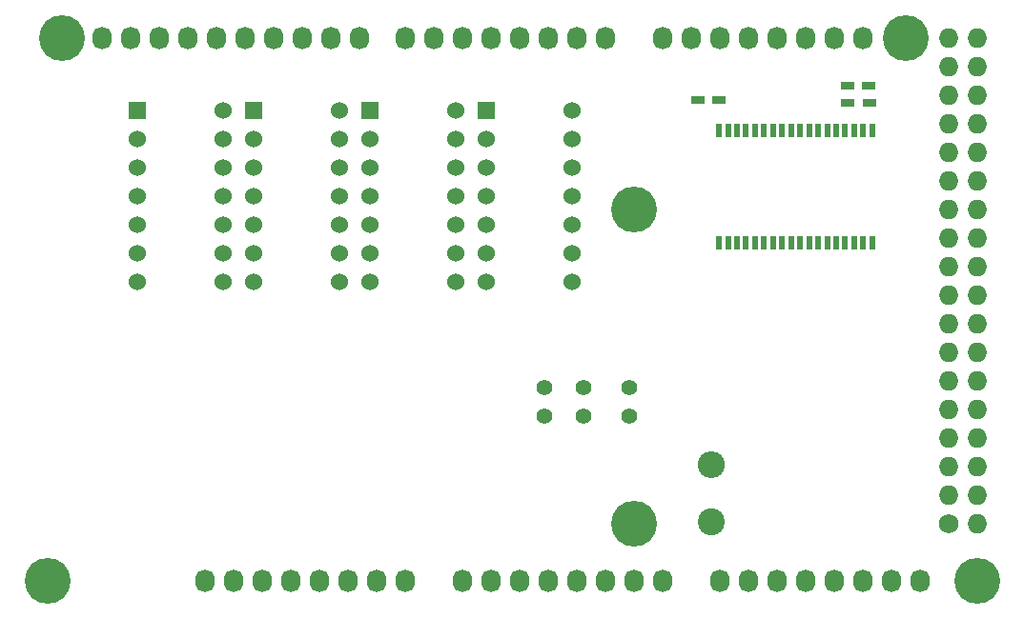
<source format=gbs>
G04 #@! TF.FileFunction,Soldermask,Bot*
%FSLAX46Y46*%
G04 Gerber Fmt 4.6, Leading zero omitted, Abs format (unit mm)*
G04 Created by KiCad (PCBNEW 4.0.7) date 01/09/18 02:40:13*
%MOMM*%
%LPD*%
G01*
G04 APERTURE LIST*
%ADD10C,0.100000*%
%ADD11R,0.600000X1.250000*%
%ADD12C,1.727200*%
%ADD13O,1.727200X1.727200*%
%ADD14O,1.727200X2.032000*%
%ADD15C,4.064000*%
%ADD16R,1.200000X0.750000*%
%ADD17R,1.524000X1.524000*%
%ADD18C,1.524000*%
%ADD19C,2.400000*%
%ADD20O,2.400000X2.400000*%
%ADD21C,1.400000*%
G04 APERTURE END LIST*
D10*
D11*
X179400000Y-89100000D03*
X182600000Y-89100000D03*
X183400000Y-89100000D03*
X185800000Y-89100000D03*
X187400000Y-89100000D03*
X188200000Y-89100000D03*
X189000000Y-89100000D03*
X180200000Y-89100000D03*
X181800000Y-89100000D03*
X181000000Y-89100000D03*
X177800000Y-89100000D03*
X185000000Y-89100000D03*
X186600000Y-89100000D03*
X189800000Y-89100000D03*
X190600000Y-89100000D03*
X177000000Y-89100000D03*
X178600000Y-89100000D03*
X184200000Y-89100000D03*
X177000000Y-79100000D03*
X177800000Y-79100000D03*
X178600000Y-79100000D03*
X179400000Y-79100000D03*
X180200000Y-79100000D03*
X181000000Y-79100000D03*
X181800000Y-79100000D03*
X182600000Y-79100000D03*
X183400000Y-79100000D03*
X184200000Y-79100000D03*
X185000000Y-79100000D03*
X185800000Y-79100000D03*
X186600000Y-79100000D03*
X187400000Y-79100000D03*
X188200000Y-79100000D03*
X189000000Y-79100000D03*
X189800000Y-79100000D03*
X190600000Y-79100000D03*
D12*
X197358000Y-114046000D03*
D13*
X199898000Y-114046000D03*
X197358000Y-111506000D03*
X199898000Y-111506000D03*
X197358000Y-108966000D03*
X199898000Y-108966000D03*
X197358000Y-106426000D03*
X199898000Y-106426000D03*
X197358000Y-103886000D03*
X199898000Y-103886000D03*
X197358000Y-101346000D03*
X199898000Y-101346000D03*
X197358000Y-98806000D03*
X199898000Y-98806000D03*
X197358000Y-96266000D03*
X199898000Y-96266000D03*
X197358000Y-93726000D03*
X199898000Y-93726000D03*
X197358000Y-91186000D03*
X199898000Y-91186000D03*
X197358000Y-88646000D03*
X199898000Y-88646000D03*
X197358000Y-86106000D03*
X199898000Y-86106000D03*
X197358000Y-83566000D03*
X199898000Y-83566000D03*
X197358000Y-81026000D03*
X199898000Y-81026000D03*
X197358000Y-78486000D03*
X199898000Y-78486000D03*
X197358000Y-75946000D03*
X199898000Y-75946000D03*
X197358000Y-73406000D03*
X199898000Y-73406000D03*
X197358000Y-70866000D03*
X199898000Y-70866000D03*
D14*
X131318000Y-119126000D03*
X133858000Y-119126000D03*
X136398000Y-119126000D03*
X138938000Y-119126000D03*
X141478000Y-119126000D03*
X144018000Y-119126000D03*
X146558000Y-119126000D03*
X149098000Y-119126000D03*
X154178000Y-119126000D03*
X156718000Y-119126000D03*
X159258000Y-119126000D03*
X161798000Y-119126000D03*
X164338000Y-119126000D03*
X166878000Y-119126000D03*
X169418000Y-119126000D03*
X171958000Y-119126000D03*
X177038000Y-119126000D03*
X179578000Y-119126000D03*
X182118000Y-119126000D03*
X184658000Y-119126000D03*
X187198000Y-119126000D03*
X189738000Y-119126000D03*
X192278000Y-119126000D03*
X194818000Y-119126000D03*
X122174000Y-70866000D03*
X124714000Y-70866000D03*
X127254000Y-70866000D03*
X129794000Y-70866000D03*
X132334000Y-70866000D03*
X134874000Y-70866000D03*
X137414000Y-70866000D03*
X139954000Y-70866000D03*
X142494000Y-70866000D03*
X145034000Y-70866000D03*
X149098000Y-70866000D03*
X151638000Y-70866000D03*
X154178000Y-70866000D03*
X156718000Y-70866000D03*
X159258000Y-70866000D03*
X161798000Y-70866000D03*
X164338000Y-70866000D03*
X166878000Y-70866000D03*
X171958000Y-70866000D03*
X174498000Y-70866000D03*
X177038000Y-70866000D03*
X179578000Y-70866000D03*
X182118000Y-70866000D03*
X184658000Y-70866000D03*
X187198000Y-70866000D03*
X189738000Y-70866000D03*
D15*
X117348000Y-119126000D03*
X169418000Y-114046000D03*
X199898000Y-119126000D03*
X118618000Y-70866000D03*
X169418000Y-86106000D03*
X193548000Y-70866000D03*
D16*
X188450000Y-76700000D03*
X190350000Y-76700000D03*
X177000000Y-76400000D03*
X175100000Y-76400000D03*
X188400000Y-75100000D03*
X190300000Y-75100000D03*
D17*
X125315001Y-77305001D03*
D18*
X125315001Y-79845001D03*
X125315001Y-82385001D03*
X125315001Y-84925001D03*
X125315001Y-87465001D03*
X125315001Y-90005001D03*
X125315001Y-92545001D03*
X132935001Y-77305001D03*
X132935001Y-79845001D03*
X132935001Y-82385001D03*
X132935001Y-84925001D03*
X132935001Y-87465001D03*
X132935001Y-90005001D03*
X132935001Y-92545001D03*
D17*
X135665001Y-77305001D03*
D18*
X135665001Y-79845001D03*
X135665001Y-82385001D03*
X135665001Y-84925001D03*
X135665001Y-87465001D03*
X135665001Y-90005001D03*
X135665001Y-92545001D03*
X143285001Y-77305001D03*
X143285001Y-79845001D03*
X143285001Y-82385001D03*
X143285001Y-84925001D03*
X143285001Y-87465001D03*
X143285001Y-90005001D03*
X143285001Y-92545001D03*
D17*
X146015001Y-77305001D03*
D18*
X146015001Y-79845001D03*
X146015001Y-82385001D03*
X146015001Y-84925001D03*
X146015001Y-87465001D03*
X146015001Y-90005001D03*
X146015001Y-92545001D03*
X153635001Y-77305001D03*
X153635001Y-79845001D03*
X153635001Y-82385001D03*
X153635001Y-84925001D03*
X153635001Y-87465001D03*
X153635001Y-90005001D03*
X153635001Y-92545001D03*
D17*
X156365001Y-77305001D03*
D18*
X156365001Y-79845001D03*
X156365001Y-82385001D03*
X156365001Y-84925001D03*
X156365001Y-87465001D03*
X156365001Y-90005001D03*
X156365001Y-92545001D03*
X163985001Y-77305001D03*
X163985001Y-79845001D03*
X163985001Y-82385001D03*
X163985001Y-84925001D03*
X163985001Y-87465001D03*
X163985001Y-90005001D03*
X163985001Y-92545001D03*
D19*
X176300000Y-113880000D03*
D20*
X176300000Y-108800000D03*
D21*
X169000000Y-104500000D03*
X169000000Y-101960000D03*
X161460000Y-104500000D03*
X161460000Y-101960000D03*
X165000000Y-104540000D03*
X165000000Y-102000000D03*
M02*

</source>
